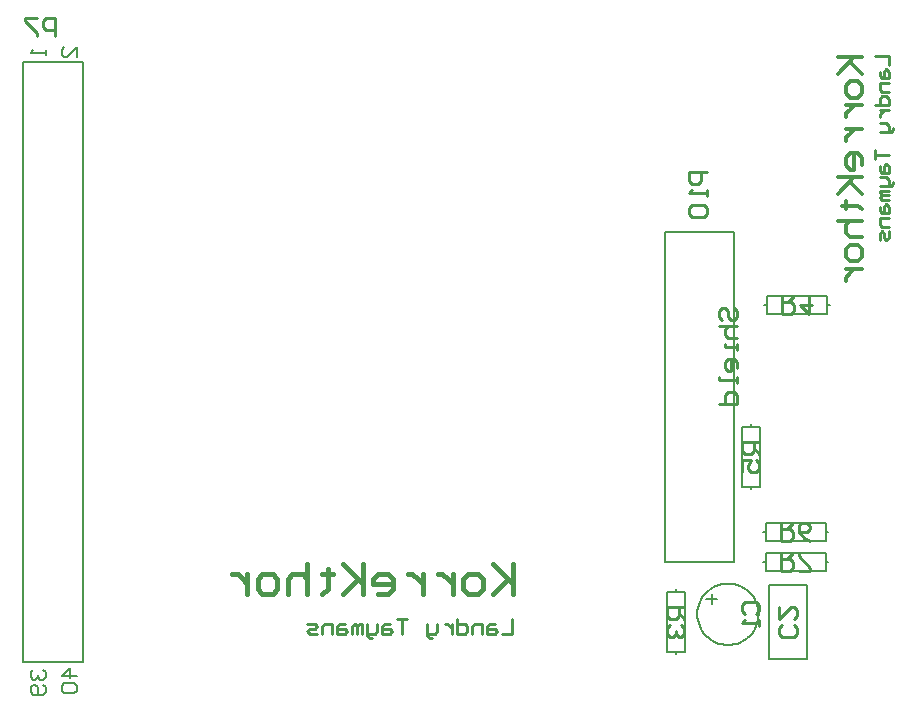
<source format=gbo>
%FSTAX23Y23*%
%MOIN*%
%SFA1B1*%

%IPPOS*%
%ADD11C,0.010000*%
%ADD14C,0.007870*%
%ADD15C,0.008000*%
%ADD16C,0.009000*%
%ADD59C,0.014000*%
%ADD60C,0.018000*%
%LNmergepcb-1*%
%LPD*%
G54D11*
X02329Y02139D02*
X0227D01*
Y02109*
X0228Y02099*
X023*
X0231Y02109*
Y02139*
X02329Y02079D02*
Y0206D01*
Y0207*
X0227*
X0228Y02079*
Y0203D02*
X0227Y0202D01*
Y02*
X0228Y0199*
X02319*
X02329Y02*
Y0202*
X02319Y0203*
X0228*
X0238Y01644D02*
X0237Y01654D01*
Y01674*
X0238Y01684*
X0239*
X024Y01674*
Y01654*
X0241Y01644*
X02419*
X02429Y01654*
Y01674*
X02419Y01684*
X0237Y01624D02*
X02429D01*
X024*
X0239Y01614*
Y01594*
X024Y01584*
X02429*
Y01564D02*
Y01544D01*
Y01554*
X0239*
Y01564*
X02429Y01485D02*
Y01505D01*
X02419Y01515*
X024*
X0239Y01505*
Y01485*
X024Y01475*
X0241*
Y01515*
X02429Y01455D02*
Y01435D01*
Y01445*
X0237*
Y01455*
Y01365D02*
X02429D01*
Y01395*
X02419Y01405*
X024*
X0239Y01395*
Y01365*
X02254Y00689D02*
X02195D01*
Y00659*
X02205Y0065*
X02225*
X02235Y00659*
Y00689*
Y00669D02*
X02254Y0065D01*
X02205Y0063D02*
X02195Y0062D01*
Y006*
X02205Y0059*
X02215*
X02225Y006*
Y0061*
Y006*
X02235Y0059*
X02244*
X02254Y006*
Y0062*
X02244Y0063*
X0258Y01724D02*
Y01665D01*
X0261*
X0262Y01675*
Y01695*
X0261Y01705*
X0258*
X026D02*
X0262Y01724D01*
X02669D02*
Y01665D01*
X0264Y01695*
X02679*
X02504Y01239D02*
X02445D01*
Y01209*
X02455Y012*
X02475*
X02485Y01209*
Y01239*
Y01219D02*
X02504Y012D01*
X02445Y0114D02*
Y0118D01*
X02475*
X02465Y0116*
Y0115*
X02475Y0114*
X02494*
X02504Y0115*
Y0117*
X02494Y0118*
X02575Y00969D02*
Y0091D01*
X02605*
X02615Y0092*
Y0094*
X02605Y0095*
X02575*
X02595D02*
X02615Y00969D01*
X02674Y0091D02*
X02654Y0092D01*
X02635Y0094*
Y00959*
X02644Y00969*
X02664*
X02674Y00959*
Y0095*
X02664Y0094*
X02635*
X02575Y00869D02*
Y0081D01*
X02605*
X02615Y0082*
Y0084*
X02605Y0085*
X02575*
X02595D02*
X02615Y00869D01*
X02635Y0081D02*
X02674D01*
Y0082*
X02635Y00859*
Y00869*
X02455Y00665D02*
X02445Y00675D01*
Y00694*
X02455Y00704*
X02494*
X02504Y00694*
Y00675*
X02494Y00665*
X02504Y00645D02*
Y00625D01*
Y00635*
X02445*
X02455Y00645*
X02619Y0063D02*
X02629Y0062D01*
Y006*
X02619Y0059*
X0258*
X0257Y006*
Y0062*
X0258Y0063*
X0257Y00689D02*
Y0065D01*
X0261Y00689*
X02619*
X02629Y00679*
Y00659*
X02619Y0065*
X00156Y02593D02*
Y02652D01*
X00126*
X00116Y02642*
Y02622*
X00126Y02612*
X00156*
X00096Y02652D02*
X00056D01*
Y02642*
X00096Y02603*
Y02593*
G54D14*
X02502Y00665D02*
X02501Y00675D01*
X025Y00684*
X02497Y00694*
X02494Y00704*
X0249Y00713*
X02485Y00721*
X02479Y00729*
X02472Y00737*
X02464Y00744*
X02456Y0075*
X02448Y00755*
X02439Y00759*
X02429Y00762*
X02419Y00765*
X0241Y00766*
X024Y00767*
X02389Y00766*
X0238Y00765*
X0237Y00762*
X0236Y00759*
X02351Y00755*
X02343Y0075*
X02335Y00744*
X02327Y00737*
X0232Y00729*
X02314Y00721*
X02309Y00713*
X02305Y00704*
X02302Y00694*
X02299Y00684*
X02298Y00675*
X02297Y00665*
X02298Y00654*
X02299Y00645*
X02302Y00635*
X02305Y00625*
X02309Y00616*
X02314Y00608*
X0232Y006*
X02327Y00592*
X02335Y00585*
X02343Y00579*
X02351Y00574*
X0236Y0057*
X0237Y00567*
X0238Y00564*
X02389Y00563*
X024Y00562*
X0241Y00563*
X02419Y00564*
X02429Y00567*
X02439Y0057*
X02448Y00574*
X02456Y00579*
X02464Y00585*
X02472Y00592*
X02479Y006*
X02485Y00608*
X0249Y00616*
X02494Y00625*
X02497Y00635*
X025Y00645*
X02501Y00654*
X02502Y00665*
X0219Y0084D02*
Y0194D01*
Y0084D02*
X0242D01*
X0219Y0194D02*
X0242D01*
Y0084D02*
Y0194D01*
X02195Y0054D02*
X02225D01*
X02195D02*
Y0074D01*
X02255*
Y0054D02*
Y0074D01*
X02225Y0054D02*
X02255D01*
X02225Y0074D02*
Y00749D01*
Y00531D02*
Y0054D01*
X0273Y01665D02*
Y01695D01*
X0253Y01665D02*
X0273D01*
X0253D02*
Y01725D01*
X0273*
Y01695D02*
Y01725D01*
X02521Y01695D02*
X0253D01*
X0273D02*
X02739D01*
X02475Y0129D02*
Y01299D01*
Y01081D02*
Y0109D01*
X02445Y0129D02*
X02475D01*
X02445Y0109D02*
Y0129D01*
Y0109D02*
X02505D01*
Y0129*
X02475D02*
X02505D01*
X02725Y0091D02*
Y0094D01*
X02525Y0091D02*
X02725D01*
X02525D02*
Y0097D01*
X02725*
Y0094D02*
Y0097D01*
X02516Y0094D02*
X02525D01*
X02725D02*
X02734D01*
X02725Y0081D02*
Y0084D01*
X02525Y0081D02*
X02725D01*
X02525D02*
Y0087D01*
X02725*
Y0084D02*
Y0087D01*
X02516Y0084D02*
X02525D01*
X02725D02*
X02734D01*
X02663Y00517D02*
Y00762D01*
X02537Y00517D02*
X02663D01*
X02537Y00762D02*
X02663D01*
X02537Y00517D02*
Y00762D01*
X0025Y00505D02*
Y02505D01*
X0005Y00505D02*
Y02505D01*
X0025*
X0005Y00505D02*
X0025D01*
G54D15*
X02345Y00732D02*
Y00698D01*
X02328Y00715D02*
X02362D01*
X0023Y02521D02*
Y02555D01*
X00196Y02521*
X00188*
X0018Y0253*
Y02546*
X00188Y02555*
X0023Y0046D02*
X0018D01*
X00205Y00485*
Y00451*
X00188Y00435D02*
X0018Y00426D01*
Y0041*
X00188Y00401*
X00221*
X0023Y0041*
Y00426*
X00221Y00435*
X00188*
X00083Y0048D02*
X00075Y00471D01*
Y00455*
X00083Y00446*
X00091*
X001Y00455*
Y00463*
Y00455*
X00108Y00446*
X00116*
X00125Y00455*
Y00471*
X00116Y0048*
Y0043D02*
X00125Y00421D01*
Y00405*
X00116Y00396*
X00083*
X00075Y00405*
Y00421*
X00083Y0043*
X00091*
X001Y00421*
Y00396*
X00125Y02545D02*
Y02528D01*
Y02536*
X00075*
X00083Y02545*
G54D16*
X01681Y0065D02*
Y006D01*
X01647*
X01622Y00633D02*
X01606D01*
X01597Y00625*
Y006*
X01622*
X01631Y00608*
X01622Y00617*
X01597*
X01581Y006D02*
Y00633D01*
X01556*
X01547Y00625*
Y006*
X01497Y0065D02*
Y006D01*
X01522*
X01531Y00608*
Y00625*
X01522Y00633*
X01497*
X01481D02*
Y006D01*
Y00617*
X01472Y00625*
X01464Y00633*
X01456*
X01431D02*
Y00608D01*
X01422Y006*
X01397*
Y00592*
X01406Y00584*
X01414*
X01397Y006D02*
Y00633D01*
X01331Y0065D02*
X01297D01*
X01314*
Y006*
X01272Y00633D02*
X01256D01*
X01247Y00625*
Y006*
X01272*
X01281Y00608*
X01272Y00617*
X01247*
X01231Y00633D02*
Y00608D01*
X01222Y006*
X01197*
Y00592*
X01206Y00584*
X01214*
X01197Y006D02*
Y00633D01*
X01181Y006D02*
Y00633D01*
X01172*
X01164Y00625*
Y006*
Y00625*
X01156Y00633*
X01147Y00625*
Y006*
X01122Y00633D02*
X01106D01*
X01097Y00625*
Y006*
X01122*
X01131Y00608*
X01122Y00617*
X01097*
X01081Y006D02*
Y00633D01*
X01056*
X01047Y00625*
Y006*
X01031D02*
X01006D01*
X00997Y00608*
X01006Y00617*
X01022*
X01031Y00625*
X01022Y00633*
X00997*
X02891Y02526D02*
X02936D01*
Y02496*
X02906Y02473D02*
Y02458D01*
X02913Y02451*
X02936*
Y02473*
X02928Y02481*
X02921Y02473*
Y02451*
X02936Y02436D02*
X02906D01*
Y02413*
X02913Y02406*
X02936*
X02891Y02361D02*
X02936D01*
Y02383*
X02928Y02391*
X02913*
X02906Y02383*
Y02361*
Y02346D02*
X02936D01*
X02921*
X02913Y02338*
X02906Y02331*
Y02323*
Y02301D02*
X02928D01*
X02936Y02293*
Y02271*
X02943*
X02951Y02278*
Y02286*
X02936Y02271D02*
X02906D01*
X02891Y02211D02*
Y02181D01*
Y02196*
X02936*
X02906Y02158D02*
Y02143D01*
X02913Y02136*
X02936*
Y02158*
X02928Y02166*
X02921Y02158*
Y02136*
X02906Y02121D02*
X02928D01*
X02936Y02113*
Y02091*
X02943*
X02951Y02098*
Y02106*
X02936Y02091D02*
X02906D01*
X02936Y02076D02*
X02906D01*
Y02068*
X02913Y02061*
X02936*
X02913*
X02906Y02053*
X02913Y02046*
X02936*
X02906Y02023D02*
Y02008D01*
X02913Y02001*
X02936*
Y02023*
X02928Y02031*
X02921Y02023*
Y02001*
X02936Y01986D02*
X02906D01*
Y01963*
X02913Y01956*
X02936*
Y01941D02*
Y01918D01*
X02928Y01911*
X02921Y01918*
Y01933*
X02913Y01941*
X02906Y01933*
Y01911*
G54D59*
X02766Y02521D02*
X02846D01*
X02819*
X02766Y02467*
X02806Y02507*
X02846Y02467*
Y02427D02*
Y02401D01*
X02832Y02387*
X02806*
X02792Y02401*
Y02427*
X02806Y02441*
X02832*
X02846Y02427*
X02792Y02361D02*
X02846D01*
X02819*
X02806Y02347*
X02792Y02334*
Y02321*
Y02281D02*
X02846D01*
X02819*
X02806Y02267*
X02792Y02254*
Y02241*
X02846Y02161D02*
Y02187D01*
X02832Y02201*
X02806*
X02792Y02187*
Y02161*
X02806Y02147*
X02819*
Y02201*
X02766Y02121D02*
X02846D01*
X02819*
X02766Y02067*
X02806Y02107*
X02846Y02067*
X02779Y02027D02*
X02792D01*
Y02041*
Y02014*
Y02027*
X02832*
X02846Y02014*
X02766Y01974D02*
X02846D01*
X02806*
X02792Y01961*
Y01934*
X02806Y01921*
X02846*
Y01881D02*
Y01854D01*
X02832Y01841*
X02806*
X02792Y01854*
Y01881*
X02806Y01894*
X02832*
X02846Y01881*
X02792Y01814D02*
X02846D01*
X02819*
X02806Y01801*
X02792Y01787*
Y01774*
G54D60*
X01682Y00832D02*
Y00733D01*
Y00766*
X01615Y00832*
X01665Y00782*
X01615Y00733*
X01565D02*
X01532D01*
X01515Y00749*
Y00782*
X01532Y00799*
X01565*
X01582Y00782*
Y00749*
X01565Y00733*
X01482Y00799D02*
Y00733D01*
Y00766*
X01465Y00782*
X01448Y00799*
X01432*
X01382D02*
Y00733D01*
Y00766*
X01365Y00782*
X01348Y00799*
X01332*
X01232Y00733D02*
X01265D01*
X01282Y00749*
Y00782*
X01265Y00799*
X01232*
X01215Y00782*
Y00766*
X01282*
X01182Y00832D02*
Y00733D01*
Y00766*
X01115Y00832*
X01165Y00782*
X01115Y00733*
X01065Y00816D02*
Y00799D01*
X01082*
X01048*
X01065*
Y00749*
X01048Y00733*
X00998Y00832D02*
Y00733D01*
Y00782*
X00982Y00799*
X00948*
X00932Y00782*
Y00733*
X00882D02*
X00848D01*
X00832Y00749*
Y00782*
X00848Y00799*
X00882*
X00898Y00782*
Y00749*
X00882Y00733*
X00798Y00799D02*
Y00733D01*
Y00766*
X00782Y00782*
X00765Y00799*
X00748*
M02*
</source>
